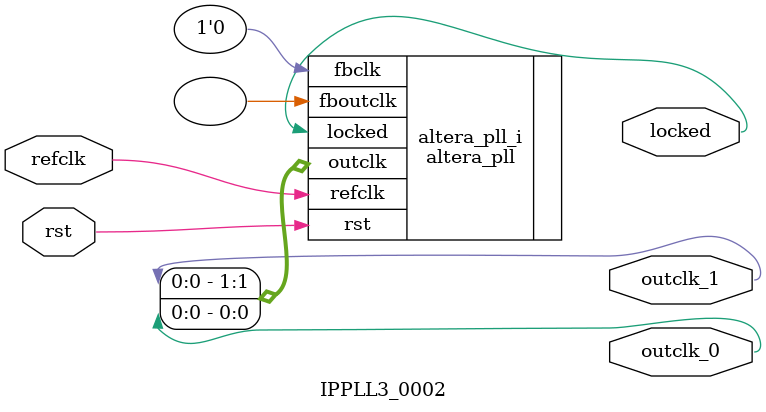
<source format=v>
`timescale 1ns/10ps
module  IPPLL3_0002(

	// interface 'refclk'
	input wire refclk,

	// interface 'reset'
	input wire rst,

	// interface 'outclk0'
	output wire outclk_0,

	// interface 'outclk1'
	output wire outclk_1,

	// interface 'locked'
	output wire locked
);

	altera_pll #(
		.fractional_vco_multiplier("false"),
		.reference_clock_frequency("50.0 MHz"),
		.operation_mode("direct"),
		.number_of_clocks(2),
		.output_clock_frequency0("1000.000000 MHz"),
		.phase_shift0("0 ps"),
		.duty_cycle0(50),
		.output_clock_frequency1("5.000000 MHz"),
		.phase_shift1("0 ps"),
		.duty_cycle1(50),
		.output_clock_frequency2("0 MHz"),
		.phase_shift2("0 ps"),
		.duty_cycle2(50),
		.output_clock_frequency3("0 MHz"),
		.phase_shift3("0 ps"),
		.duty_cycle3(50),
		.output_clock_frequency4("0 MHz"),
		.phase_shift4("0 ps"),
		.duty_cycle4(50),
		.output_clock_frequency5("0 MHz"),
		.phase_shift5("0 ps"),
		.duty_cycle5(50),
		.output_clock_frequency6("0 MHz"),
		.phase_shift6("0 ps"),
		.duty_cycle6(50),
		.output_clock_frequency7("0 MHz"),
		.phase_shift7("0 ps"),
		.duty_cycle7(50),
		.output_clock_frequency8("0 MHz"),
		.phase_shift8("0 ps"),
		.duty_cycle8(50),
		.output_clock_frequency9("0 MHz"),
		.phase_shift9("0 ps"),
		.duty_cycle9(50),
		.output_clock_frequency10("0 MHz"),
		.phase_shift10("0 ps"),
		.duty_cycle10(50),
		.output_clock_frequency11("0 MHz"),
		.phase_shift11("0 ps"),
		.duty_cycle11(50),
		.output_clock_frequency12("0 MHz"),
		.phase_shift12("0 ps"),
		.duty_cycle12(50),
		.output_clock_frequency13("0 MHz"),
		.phase_shift13("0 ps"),
		.duty_cycle13(50),
		.output_clock_frequency14("0 MHz"),
		.phase_shift14("0 ps"),
		.duty_cycle14(50),
		.output_clock_frequency15("0 MHz"),
		.phase_shift15("0 ps"),
		.duty_cycle15(50),
		.output_clock_frequency16("0 MHz"),
		.phase_shift16("0 ps"),
		.duty_cycle16(50),
		.output_clock_frequency17("0 MHz"),
		.phase_shift17("0 ps"),
		.duty_cycle17(50),
		.pll_type("General"),
		.pll_subtype("General")
	) altera_pll_i (
		.rst	(rst),
		.outclk	({outclk_1, outclk_0}),
		.locked	(locked),
		.fboutclk	( ),
		.fbclk	(1'b0),
		.refclk	(refclk)
	);
endmodule


</source>
